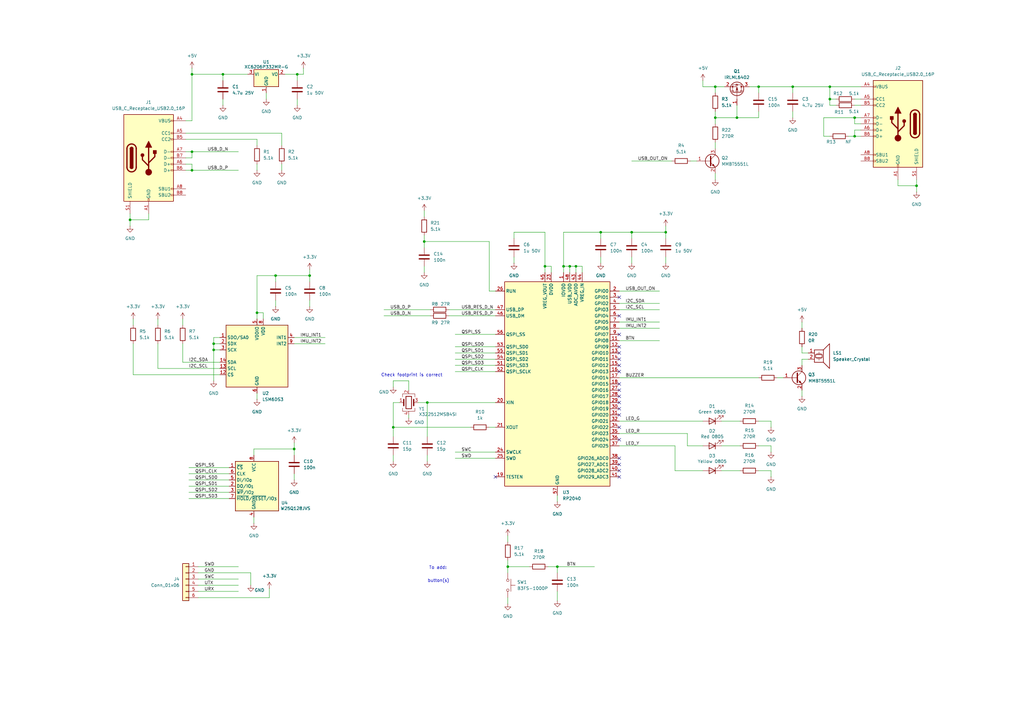
<source format=kicad_sch>
(kicad_sch (version 20250114) (generator "eeschema") (generator_version "9.0")
  (paper "A3")
  (text "To add: " (at 180.086 232.918 0) (effects (font (size 1.27 1.27))))
  (text "Check footprint is correct" (at 168.91 153.924 0) (effects (font (size 1.27 1.27))))
  (text "button(s)" (at 179.832 238.252 0) (effects (font (size 1.27 1.27))))
  (junction (at 91.44 30.48))
  (junction (at 350.52 55.88))
  (junction (at 302.26 48.26))
  (junction (at 273.05 95.25))
  (junction (at 259.08 95.25))
  (junction (at 293.37 48.26))
  (junction (at 340.36 40.64))
  (junction (at 127 113.03))
  (junction (at 78.74 30.48))
  (junction (at 233.68 109.22))
  (junction (at 223.52 109.22))
  (junction (at 246.38 95.25))
  (junction (at 121.92 30.48))
  (junction (at 120.65 184.15))
  (junction (at 78.74 62.23))
  (junction (at 53.34 90.17))
  (junction (at 87.63 143.51))
  (junction (at 175.26 165.1))
  (junction (at 350.52 48.26))
  (junction (at 105.41 128.27))
  (junction (at 161.29 175.26))
  (junction (at 173.99 99.06))
  (junction (at 87.63 140.97))
  (junction (at 293.37 35.56))
  (junction (at 311.15 35.56))
  (junction (at 78.74 69.85))
  (junction (at 325.12 35.56))
  (junction (at 340.36 35.56))
  (junction (at 231.14 109.22))
  (junction (at 375.92 76.2))
  (junction (at 113.03 113.03))
  (junction (at 208.28 232.41))
  (junction (at 236.22 109.22))
  (junction (at 228.6 232.41))
  (no_connect (at 254 180.34))
  (no_connect (at 254 152.4))
  (no_connect (at 254 157.48))
  (no_connect (at 254 147.32))
  (no_connect (at 254 175.26))
  (no_connect (at 254 187.96))
  (no_connect (at 254 190.5))
  (no_connect (at 254 165.1))
  (no_connect (at 254 160.02))
  (no_connect (at 254 121.92))
  (no_connect (at 254 167.64))
  (no_connect (at 254 170.18))
  (no_connect (at 254 195.58))
  (no_connect (at 254 193.04))
  (no_connect (at 254 129.54))
  (no_connect (at 254 137.16))
  (no_connect (at 254 144.78))
  (no_connect (at 203.2 195.58))
  (no_connect (at 254 162.56))
  (no_connect (at 254 149.86))
  (no_connect (at 254 142.24))
  (wire (pts (xy 311.15 35.56) (xy 311.15 38.1)))
  (wire (pts (xy 259.08 95.25) (xy 259.08 97.79)))
  (wire (pts (xy 293.37 71.12) (xy 293.37 73.66)))
  (wire (pts (xy 228.6 232.41) (xy 243.84 232.41)))
  (wire (pts (xy 259.08 95.25) (xy 246.38 95.25)))
  (wire (pts (xy 283.21 66.04) (xy 285.75 66.04)))
  (wire (pts (xy 368.3 76.2) (xy 375.92 76.2)))
  (wire (pts (xy 325.12 45.72) (xy 325.12 48.26)))
  (wire (pts (xy 273.05 105.41) (xy 273.05 107.95)))
  (wire (pts (xy 91.44 30.48) (xy 101.6 30.48)))
  (wire (pts (xy 186.69 142.24) (xy 203.2 142.24)))
  (wire (pts (xy 246.38 105.41) (xy 246.38 107.95)))
  (wire (pts (xy 203.2 175.26) (xy 200.66 175.26)))
  (wire (pts (xy 375.92 73.66) (xy 375.92 76.2)))
  (wire (pts (xy 60.96 90.17) (xy 53.34 90.17)))
  (wire (pts (xy 295.91 193.04) (xy 303.53 193.04)))
  (wire (pts (xy 184.15 127) (xy 203.2 127)))
  (wire (pts (xy 53.34 87.63) (xy 53.34 90.17)))
  (wire (pts (xy 246.38 95.25) (xy 246.38 97.79)))
  (wire (pts (xy 337.82 48.26) (xy 337.82 55.88)))
  (wire (pts (xy 254 154.94) (xy 311.15 154.94)))
  (wire (pts (xy 87.63 143.51) (xy 87.63 140.97)))
  (wire (pts (xy 161.29 186.69) (xy 161.29 189.23)))
  (wire (pts (xy 223.52 95.25) (xy 223.52 109.22)))
  (wire (pts (xy 161.29 156.21) (xy 167.64 156.21)))
  (wire (pts (xy 127 113.03) (xy 113.03 113.03)))
  (wire (pts (xy 78.74 69.85) (xy 76.2 69.85)))
  (wire (pts (xy 186.69 137.16) (xy 203.2 137.16)))
  (wire (pts (xy 350.52 50.8) (xy 353.06 50.8)))
  (wire (pts (xy 175.26 186.69) (xy 175.26 189.23)))
  (wire (pts (xy 307.34 35.56) (xy 311.15 35.56)))
  (wire (pts (xy 116.84 30.48) (xy 121.92 30.48)))
  (wire (pts (xy 293.37 58.42) (xy 293.37 60.96)))
  (wire (pts (xy 254 134.62) (xy 270.51 134.62)))
  (wire (pts (xy 53.34 90.17) (xy 53.34 92.71)))
  (wire (pts (xy 167.64 160.02) (xy 167.64 156.21)))
  (wire (pts (xy 105.41 113.03) (xy 105.41 128.27)))
  (wire (pts (xy 226.06 109.22) (xy 226.06 111.76)))
  (wire (pts (xy 87.63 140.97) (xy 90.17 140.97)))
  (wire (pts (xy 353.06 55.88) (xy 350.52 55.88)))
  (wire (pts (xy 293.37 48.26) (xy 293.37 50.8)))
  (wire (pts (xy 375.92 76.2) (xy 375.92 78.74)))
  (wire (pts (xy 302.26 48.26) (xy 311.15 48.26)))
  (wire (pts (xy 288.29 35.56) (xy 293.37 35.56)))
  (wire (pts (xy 120.65 138.43) (xy 133.35 138.43)))
  (wire (pts (xy 120.65 181.61) (xy 120.65 184.15)))
  (wire (pts (xy 342.9 43.18) (xy 340.36 43.18)))
  (wire (pts (xy 54.61 140.97) (xy 54.61 153.67)))
  (wire (pts (xy 254 139.7) (xy 270.51 139.7)))
  (wire (pts (xy 77.47 194.31) (xy 93.98 194.31)))
  (wire (pts (xy 76.2 62.23) (xy 78.74 62.23)))
  (wire (pts (xy 81.28 242.57) (xy 97.79 242.57)))
  (wire (pts (xy 64.77 130.81) (xy 64.77 133.35)))
  (wire (pts (xy 104.14 212.09) (xy 104.14 214.63)))
  (wire (pts (xy 171.45 165.1) (xy 175.26 165.1)))
  (wire (pts (xy 81.28 232.41) (xy 97.79 232.41)))
  (wire (pts (xy 186.69 185.42) (xy 203.2 185.42)))
  (wire (pts (xy 231.14 95.25) (xy 231.14 109.22)))
  (wire (pts (xy 340.36 40.64) (xy 340.36 35.56)))
  (wire (pts (xy 350.52 48.26) (xy 337.82 48.26)))
  (wire (pts (xy 77.47 204.47) (xy 93.98 204.47)))
  (wire (pts (xy 120.65 140.97) (xy 133.35 140.97)))
  (wire (pts (xy 76.2 54.61) (xy 115.57 54.61)))
  (wire (pts (xy 78.74 30.48) (xy 91.44 30.48)))
  (wire (pts (xy 293.37 48.26) (xy 293.37 45.72)))
  (wire (pts (xy 120.65 194.31) (xy 120.65 196.85)))
  (wire (pts (xy 231.14 109.22) (xy 233.68 109.22)))
  (wire (pts (xy 78.74 27.94) (xy 78.74 30.48)))
  (wire (pts (xy 223.52 109.22) (xy 226.06 109.22)))
  (wire (pts (xy 325.12 38.1) (xy 325.12 35.56)))
  (wire (pts (xy 254 132.08) (xy 270.51 132.08)))
  (wire (pts (xy 127 115.57) (xy 127 113.03)))
  (wire (pts (xy 120.65 184.15) (xy 120.65 186.69)))
  (wire (pts (xy 200.66 119.38) (xy 200.66 99.06)))
  (wire (pts (xy 121.92 40.64) (xy 121.92 43.18)))
  (wire (pts (xy 273.05 92.71) (xy 273.05 95.25)))
  (wire (pts (xy 228.6 232.41) (xy 228.6 234.95)))
  (wire (pts (xy 102.87 240.03) (xy 102.87 234.95)))
  (wire (pts (xy 54.61 130.81) (xy 54.61 133.35)))
  (wire (pts (xy 228.6 242.57) (xy 228.6 246.38)))
  (wire (pts (xy 87.63 140.97) (xy 87.63 138.43)))
  (wire (pts (xy 210.82 97.79) (xy 210.82 95.25)))
  (wire (pts (xy 259.08 105.41) (xy 259.08 107.95)))
  (wire (pts (xy 77.47 196.85) (xy 93.98 196.85)))
  (wire (pts (xy 78.74 69.85) (xy 97.79 69.85)))
  (wire (pts (xy 316.23 172.72) (xy 316.23 175.26)))
  (wire (pts (xy 78.74 67.31) (xy 78.74 69.85)))
  (wire (pts (xy 273.05 95.25) (xy 259.08 95.25)))
  (wire (pts (xy 350.52 40.64) (xy 353.06 40.64)))
  (wire (pts (xy 161.29 165.1) (xy 163.83 165.1)))
  (wire (pts (xy 236.22 109.22) (xy 238.76 109.22)))
  (wire (pts (xy 76.2 64.77) (xy 78.74 64.77)))
  (wire (pts (xy 91.44 30.48) (xy 91.44 33.02)))
  (wire (pts (xy 184.15 129.54) (xy 203.2 129.54)))
  (wire (pts (xy 293.37 38.1) (xy 293.37 35.56)))
  (wire (pts (xy 208.28 232.41) (xy 208.28 234.95)))
  (wire (pts (xy 210.82 105.41) (xy 210.82 107.95)))
  (wire (pts (xy 87.63 156.21) (xy 87.63 143.51)))
  (wire (pts (xy 328.93 142.24) (xy 328.93 144.78)))
  (wire (pts (xy 78.74 49.53) (xy 78.74 30.48)))
  (wire (pts (xy 107.95 128.27) (xy 105.41 128.27)))
  (wire (pts (xy 350.52 55.88) (xy 350.52 53.34)))
  (wire (pts (xy 281.94 182.88) (xy 288.29 182.88)))
  (wire (pts (xy 105.41 161.29) (xy 105.41 163.83)))
  (wire (pts (xy 87.63 138.43) (xy 90.17 138.43)))
  (wire (pts (xy 175.26 165.1) (xy 203.2 165.1)))
  (wire (pts (xy 74.93 148.59) (xy 90.17 148.59)))
  (wire (pts (xy 208.28 232.41) (xy 217.17 232.41)))
  (wire (pts (xy 167.64 170.18) (xy 167.64 171.45)))
  (wire (pts (xy 173.99 99.06) (xy 173.99 101.6)))
  (wire (pts (xy 127 110.49) (xy 127 113.03)))
  (wire (pts (xy 340.36 35.56) (xy 353.06 35.56)))
  (wire (pts (xy 311.15 193.04) (xy 316.23 193.04)))
  (wire (pts (xy 81.28 237.49) (xy 97.79 237.49)))
  (wire (pts (xy 74.93 140.97) (xy 74.93 148.59)))
  (wire (pts (xy 231.14 109.22) (xy 231.14 111.76)))
  (wire (pts (xy 273.05 95.25) (xy 273.05 97.79)))
  (wire (pts (xy 238.76 109.22) (xy 238.76 111.76)))
  (wire (pts (xy 350.52 53.34) (xy 353.06 53.34)))
  (wire (pts (xy 161.29 179.07) (xy 161.29 175.26)))
  (wire (pts (xy 254 172.72) (xy 288.29 172.72)))
  (wire (pts (xy 105.41 128.27) (xy 105.41 130.81)))
  (wire (pts (xy 328.93 147.32) (xy 328.93 149.86)))
  (wire (pts (xy 161.29 175.26) (xy 161.29 165.1)))
  (wire (pts (xy 76.2 57.15) (xy 105.41 57.15)))
  (wire (pts (xy 124.46 27.94) (xy 124.46 30.48)))
  (wire (pts (xy 186.69 149.86) (xy 203.2 149.86)))
  (wire (pts (xy 78.74 62.23) (xy 97.79 62.23)))
  (wire (pts (xy 161.29 175.26) (xy 193.04 175.26)))
  (wire (pts (xy 76.2 49.53) (xy 78.74 49.53)))
  (wire (pts (xy 78.74 64.77) (xy 78.74 62.23)))
  (wire (pts (xy 208.28 219.71) (xy 208.28 222.25)))
  (wire (pts (xy 208.28 232.41) (xy 208.28 229.87)))
  (wire (pts (xy 295.91 182.88) (xy 303.53 182.88)))
  (wire (pts (xy 311.15 172.72) (xy 316.23 172.72)))
  (wire (pts (xy 293.37 35.56) (xy 297.18 35.56)))
  (wire (pts (xy 246.38 95.25) (xy 231.14 95.25)))
  (wire (pts (xy 318.77 154.94) (xy 321.31 154.94)))
  (wire (pts (xy 328.93 132.08) (xy 328.93 134.62)))
  (wire (pts (xy 224.79 232.41) (xy 228.6 232.41)))
  (wire (pts (xy 81.28 234.95) (xy 102.87 234.95)))
  (wire (pts (xy 203.2 119.38) (xy 200.66 119.38)))
  (wire (pts (xy 276.86 182.88) (xy 276.86 193.04)))
  (wire (pts (xy 173.99 86.36) (xy 173.99 88.9)))
  (wire (pts (xy 311.15 182.88) (xy 316.23 182.88)))
  (wire (pts (xy 76.2 67.31) (xy 78.74 67.31)))
  (wire (pts (xy 254 182.88) (xy 276.86 182.88)))
  (wire (pts (xy 254 119.38) (xy 270.51 119.38)))
  (wire (pts (xy 276.86 193.04) (xy 288.29 193.04)))
  (wire (pts (xy 210.82 95.25) (xy 223.52 95.25)))
  (wire (pts (xy 350.52 43.18) (xy 353.06 43.18)))
  (wire (pts (xy 105.41 67.31) (xy 105.41 69.85)))
  (wire (pts (xy 77.47 201.93) (xy 93.98 201.93)))
  (wire (pts (xy 233.68 109.22) (xy 236.22 109.22)))
  (wire (pts (xy 186.69 147.32) (xy 203.2 147.32)))
  (wire (pts (xy 121.92 30.48) (xy 121.92 33.02)))
  (wire (pts (xy 161.29 156.21) (xy 161.29 158.75)))
  (wire (pts (xy 228.6 203.2) (xy 228.6 205.74)))
  (wire (pts (xy 173.99 96.52) (xy 173.99 99.06)))
  (wire (pts (xy 115.57 67.31) (xy 115.57 69.85)))
  (wire (pts (xy 121.92 30.48) (xy 124.46 30.48)))
  (wire (pts (xy 316.23 182.88) (xy 316.23 185.42)))
  (wire (pts (xy 233.68 109.22) (xy 233.68 111.76)))
  (wire (pts (xy 54.61 153.67) (xy 90.17 153.67)))
  (wire (pts (xy 331.47 147.32) (xy 328.93 147.32)))
  (wire (pts (xy 113.03 115.57) (xy 113.03 113.03)))
  (wire (pts (xy 110.49 241.3) (xy 110.49 245.11)))
  (wire (pts (xy 74.93 130.81) (xy 74.93 133.35)))
  (wire (pts (xy 77.47 199.39) (xy 93.98 199.39)))
  (wire (pts (xy 328.93 144.78) (xy 331.47 144.78)))
  (wire (pts (xy 254 127) (xy 270.51 127)))
  (wire (pts (xy 293.37 48.26) (xy 302.26 48.26)))
  (wire (pts (xy 259.08 66.04) (xy 275.59 66.04)))
  (wire (pts (xy 208.28 245.11) (xy 208.28 247.65)))
  (wire (pts (xy 337.82 55.88) (xy 340.36 55.88)))
  (wire (pts (xy 350.52 48.26) (xy 350.52 50.8)))
  (wire (pts (xy 77.47 191.77) (xy 93.98 191.77)))
  (wire (pts (xy 223.52 111.76) (xy 223.52 109.22)))
  (wire (pts (xy 127 123.19) (xy 127 125.73)))
  (wire (pts (xy 342.9 40.64) (xy 340.36 40.64)))
  (wire (pts (xy 288.29 33.02) (xy 288.29 35.56)))
  (wire (pts (xy 281.94 177.8) (xy 281.94 182.88)))
  (wire (pts (xy 115.57 54.61) (xy 115.57 59.69)))
  (wire (pts (xy 104.14 184.15) (xy 120.65 184.15)))
  (wire (pts (xy 104.14 186.69) (xy 104.14 184.15)))
  (wire (pts (xy 113.03 123.19) (xy 113.03 125.73)))
  (wire (pts (xy 295.91 172.72) (xy 303.53 172.72)))
  (wire (pts (xy 113.03 113.03) (xy 105.41 113.03)))
  (wire (pts (xy 254 177.8) (xy 281.94 177.8)))
  (wire (pts (xy 109.22 38.1) (xy 109.22 40.64)))
  (wire (pts (xy 107.95 130.81) (xy 107.95 128.27)))
  (wire (pts (xy 173.99 109.22) (xy 173.99 111.76)))
  (wire (pts (xy 87.63 143.51) (xy 90.17 143.51)))
  (wire (pts (xy 157.48 127) (xy 176.53 127)))
  (wire (pts (xy 64.77 151.13) (xy 64.77 140.97)))
  (wire (pts (xy 175.26 165.1) (xy 175.26 179.07)))
  (wire (pts (xy 105.41 57.15) (xy 105.41 59.69)))
  (wire (pts (xy 60.96 87.63) (xy 60.96 90.17)))
  (wire (pts (xy 254 124.46) (xy 270.51 124.46)))
  (wire (pts (xy 340.36 43.18) (xy 340.36 40.64)))
  (wire (pts (xy 186.69 187.96) (xy 203.2 187.96)))
  (wire (pts (xy 91.44 40.64) (xy 91.44 43.18)))
  (wire (pts (xy 311.15 35.56) (xy 325.12 35.56)))
  (wire (pts (xy 302.26 43.18) (xy 302.26 48.26)))
  (wire (pts (xy 186.69 152.4) (xy 203.2 152.4)))
  (wire (pts (xy 347.98 55.88) (xy 350.52 55.88)))
  (wire (pts (xy 81.28 240.03) (xy 97.79 240.03)))
  (wire (pts (xy 236.22 109.22) (xy 236.22 111.76)))
  (wire (pts (xy 368.3 73.66) (xy 368.3 76.2)))
  (wire (pts (xy 173.99 99.06) (xy 200.66 99.06)))
  (wire (pts (xy 157.48 129.54) (xy 176.53 129.54)))
  (wire (pts (xy 325.12 35.56) (xy 340.36 35.56)))
  (wire (pts (xy 311.15 45.72) (xy 311.15 48.26)))
  (wire (pts (xy 316.23 193.04) (xy 316.23 195.58)))
  (wire (pts (xy 353.06 48.26) (xy 350.52 48.26)))
  (wire (pts (xy 328.93 160.02) (xy 328.93 162.56)))
  (wire (pts (xy 186.69 144.78) (xy 203.2 144.78)))
  (wire (pts (xy 110.49 245.11) (xy 81.28 245.11)))
  (wire (pts (xy 90.17 151.13) (xy 64.77 151.13)))
  (label "USB_OUT_ON" (at 256.54 119.38 0))
  (label "IMU_INT2" (at 123.19 140.97 0))
  (label "I2C_SCL" (at 256.54 127 0))
  (label "USB_D_P" (at 85.09 69.85 0))
  (label "BTN" (at 256.54 139.7 0))
  (label "USB_OUT_ON" (at 261.62 66.04 0))
  (label "URX" (at 83.82 242.57 0))
  (label "QSPI_SD3" (at 80.01 204.47 0))
  (label "QSPI_SD2" (at 189.23 147.32 0))
  (label "QSPI_CLK" (at 80.01 194.31 0))
  (label "QSPI_SD1" (at 80.01 199.39 0))
  (label "IMU_INT2" (at 256.54 134.62 0))
  (label "LED_G" (at 256.54 172.72 0))
  (label "QSPI_SD2" (at 80.01 201.93 0))
  (label "IMU_INT1" (at 123.19 138.43 0))
  (label "QSPI_SS" (at 189.23 137.16 0))
  (label "USB_D_P" (at 160.02 127 0))
  (label "I2C_SCL" (at 77.47 151.13 0))
  (label "QSPI_SD0" (at 189.23 142.24 0))
  (label "USB_RES_D_N" (at 189.23 127 0))
  (label "QSPI_SD0" (at 80.01 196.85 0))
  (label "QSPI_SD1" (at 189.23 144.78 0))
  (label "LED_Y" (at 256.54 182.88 0))
  (label "BUZZER" (at 256.54 154.94 0))
  (label "QSPI_SD3" (at 189.23 149.86 0))
  (label "LED_R" (at 256.54 177.8 0))
  (label "I2C_SDA" (at 77.47 148.59 0))
  (label "UTX" (at 83.82 240.03 0))
  (label "QSPI_CLK" (at 189.23 152.4 0))
  (label "SWD" (at 83.82 232.41 0))
  (label "USB_D_N" (at 85.09 62.23 0))
  (label "IMU_INT1" (at 256.54 132.08 0))
  (label "SWC" (at 83.82 237.49 0))
  (label "GND" (at 83.82 234.95 0))
  (label "SWC" (at 189.23 185.42 0))
  (label "USB_D_N" (at 160.02 129.54 0))
  (label "QSPI_SS" (at 80.01 191.77 0))
  (label "BTN" (at 232.41 232.41 0))
  (label "I2C_SDA" (at 256.54 124.46 0))
  (label "SWD" (at 189.23 187.96 0))
  (label "USB_RES_D_P" (at 189.23 129.54 0))
  (symbol (lib_id "Device:R") (at 220.98 232.41 90) (unit 1)
    (property "Reference" "R18" (at 220.98 226.06 90))
    (property "Value" "270R" (at 220.98 228.6 90))
    (property "Footprint" "Resistor_SMD:R_0603_1608Metric" (effects (hide yes)))
    (property "Description" "Resistor" (effects (hide yes)))
    (property "Part" "C22966" (effects (hide yes)))
  )
  (symbol (lib_id "MCU_RaspberryPi:RP2040") (at 228.6 157.48 0) (unit 1)
    (property "Reference" "U3" (at 230.7433 201.93 0) (effects (justify left)))
    (property "Value" "RP2040" (at 230.7433 204.47 0) (effects (justify left)))
    (property "Footprint" "Package_DFN_QFN:QFN-56-1EP_7x7mm_P0.4mm_EP3.2x3.2mm" (effects (hide yes)))
    (property "Datasheet" "https://datasheets.raspberrypi.com/rp2040/rp2040-datasheet.pdf" (effects (hide yes)))
    (property "Description" "A microcontroller by Raspberry Pi" (effects (hide yes)))
    (property "Part" "C2040" (effects (hide yes)))
  )
  (symbol (lib_id "power:+3.3V") (at 124.46 27.94 0) (unit 1)
    (property "Reference" "#PWR07" (effects (hide yes)))
    (property "Value" "+3.3V" (at 124.46 22.86 0))
    (property "Description" "Power symbol creates a global label with name \"+3.3V\"" (effects (hide yes)))
  )
  (symbol (lib_id "power:GND") (at 316.23 185.42 0) (unit 1)
    (property "Reference" "#PWR036" (effects (hide yes)))
    (property "Value" "GND" (at 316.23 190.5 0))
    (property "Description" "Power symbol creates a global label with name \"GND\" , ground" (effects (hide yes)))
  )
  (symbol (lib_id "Device:C") (at 246.38 101.6 0) (unit 1)
    (property "Reference" "C7" (at 250.19 100.3299 0) (effects (justify left)))
    (property "Value" "100n" (at 250.19 102.8699 0) (effects (justify left)))
    (property "Footprint" "Capacitor_SMD:C_0603_1608Metric" (effects (hide yes)))
    (property "Description" "Unpolarized capacitor" (effects (hide yes)))
    (property "Part" "C14663" (effects (hide yes)))
  )
  (symbol (lib_id "power:GND") (at 87.63 156.21 0) (unit 1)
    (property "Reference" "#PWR020" (effects (hide yes)))
    (property "Value" "GND" (at 87.63 161.29 0))
    (property "Description" "Power symbol creates a global label with name \"GND\" , ground" (effects (hide yes)))
  )
  (symbol (lib_id "Device:R") (at 196.85 175.26 90) (unit 1)
    (property "Reference" "R10" (at 196.85 168.91 90))
    (property "Value" "1k" (at 196.85 171.45 90))
    (property "Footprint" "Resistor_SMD:R_0603_1608Metric" (effects (hide yes)))
    (property "Description" "Resistor" (effects (hide yes)))
    (property "Part" "C21190" (effects (hide yes)))
  )
  (symbol (lib_id "power:GND") (at 246.38 107.95 0) (unit 1)
    (property "Reference" "#PWR024" (effects (hide yes)))
    (property "Value" "GND" (at 246.38 113.03 0))
    (property "Description" "Power symbol creates a global label with name \"GND\" , ground" (effects (hide yes)))
  )
  (symbol (lib_id "Device:Speaker_Crystal") (at 336.55 144.78 0) (unit 1)
    (property "Reference" "LS1" (at 341.63 144.7799 0) (effects (justify left)))
    (property "Value" "Speaker_Crystal" (at 341.63 147.3199 0) (effects (justify left)))
    (property "Footprint" "Connector_Wire:SolderWire-0.1sqmm_1x02_P3.6mm_D0.4mm_OD1mm" (effects (hide yes)))
    (property "Description" "Crystal speaker/transducer" (effects (hide yes)))
  )
  (symbol (lib_id "Device:R") (at 180.34 127 90) (unit 1)
    (property "Reference" "R8" (at 178.308 124.714 90))
    (property "Value" "27R" (at 182.626 124.714 90))
    (property "Footprint" "Resistor_SMD:R_0603_1608Metric" (effects (hide yes)))
    (property "Description" "Resistor" (effects (hide yes)))
  )
  (symbol (lib_id "power:GND") (at 293.37 73.66 0) (unit 1)
    (property "Reference" "#PWR09" (effects (hide yes)))
    (property "Value" "GND" (at 293.37 78.74 0))
    (property "Description" "Power symbol creates a global label with name \"GND\" , ground" (effects (hide yes)))
  )
  (symbol (lib_id "power:+3.3V") (at 127 110.49 0) (unit 1)
    (property "Reference" "#PWR014" (effects (hide yes)))
    (property "Value" "+3.3V" (at 127 105.41 0))
    (property "Description" "Power symbol creates a global label with name \"+3.3V\"" (effects (hide yes)))
  )
  (symbol (lib_id "power:GND") (at 273.05 107.95 0) (unit 1)
    (property "Reference" "#PWR026" (effects (hide yes)))
    (property "Value" "GND" (at 273.05 113.03 0))
    (property "Description" "Power symbol creates a global label with name \"GND\" , ground" (effects (hide yes)))
  )
  (symbol (lib_id "Device:R") (at 173.99 92.71 0) (unit 1)
    (property "Reference" "R21" (at 176.53 91.4399 0) (effects (justify left)))
    (property "Value" "5.1k" (at 176.53 93.9799 0) (effects (justify left)))
    (property "Footprint" "Resistor_SMD:R_0603_1608Metric" (effects (hide yes)))
    (property "Description" "Resistor" (effects (hide yes)))
    (property "Part" "0603WAF5101T5E" (effects (hide yes)))
  )
  (symbol (lib_id "Device:R") (at 346.71 40.64 90) (unit 1)
    (property "Reference" "R12" (at 343.662 38.354 90))
    (property "Value" "5.1k" (at 350.266 38.354 90))
    (property "Footprint" "Resistor_SMD:R_0603_1608Metric" (effects (hide yes)))
    (property "Description" "Resistor" (effects (hide yes)))
    (property "Part" "0603WAF5101T5E" (effects (hide yes)))
  )
  (symbol (lib_id "Device:R") (at 180.34 129.54 270) (unit 1)
    (property "Reference" "R9" (at 178.308 132.334 90))
    (property "Value" "27R" (at 182.626 132.334 90))
    (property "Footprint" "Resistor_SMD:R_0603_1608Metric" (effects (hide yes)))
    (property "Description" "Resistor" (effects (hide yes)))
  )
  (symbol (lib_id "power:+5V") (at 78.74 27.94 0) (unit 1)
    (property "Reference" "#PWR08" (effects (hide yes)))
    (property "Value" "+5V" (at 78.74 22.86 0))
    (property "Description" "Power symbol creates a global label with name \"+5V\"" (effects (hide yes)))
  )
  (symbol (lib_id "Device:C") (at 210.82 101.6 0) (unit 1)
    (property "Reference" "C6" (at 214.63 100.3299 0) (effects (justify left)))
    (property "Value" "1u 50V" (at 214.63 102.8699 0) (effects (justify left)))
    (property "Footprint" "Capacitor_SMD:C_0805_2012Metric" (effects (hide yes)))
    (property "Description" "Unpolarized capacitor" (effects (hide yes)))
    (property "Part" "C28323" (effects (hide yes)))
  )
  (symbol (lib_id "power:GND") (at 325.12 48.26 0) (unit 1)
    (property "Reference" "#PWR010" (effects (hide yes)))
    (property "Value" "GND" (at 325.12 53.34 0))
    (property "Description" "Power symbol creates a global label with name \"GND\" , ground" (effects (hide yes)))
  )
  (symbol (lib_id "Device:R") (at 307.34 193.04 90) (unit 1)
    (property "Reference" "R16" (at 307.34 186.69 90))
    (property "Value" "270R" (at 307.34 189.23 90))
    (property "Footprint" "Resistor_SMD:R_0603_1608Metric" (effects (hide yes)))
    (property "Description" "Resistor" (effects (hide yes)))
    (property "Part" "C22966" (effects (hide yes)))
  )
  (symbol (lib_id "power:GND") (at 121.92 43.18 0) (unit 1)
    (property "Reference" "#PWR06" (effects (hide yes)))
    (property "Value" "GND" (at 121.92 48.26 0))
    (property "Description" "Power symbol creates a global label with name \"GND\" , ground" (effects (hide yes)))
  )
  (symbol (lib_id "Transistor_BJT:MMBT5551L") (at 326.39 154.94 0) (unit 1)
    (property "Reference" "Q3" (at 331.47 153.6699 0) (effects (justify left)))
    (property "Value" "MMBT5551L" (at 331.47 156.2099 0) (effects (justify left)))
    (property "Footprint" "Package_TO_SOT_SMD:SOT-23" (effects (hide yes)))
    (property "Datasheet" "www.onsemi.com/pub/Collateral/MMBT5550LT1-D.PDF" (effects (hide yes)))
    (property "Description" "0.6A Ic, 160V Vce, NPN Transistor, SOT-23" (effects (hide yes)))
  )
  (symbol (lib_id "Device:R") (at 346.71 43.18 90) (unit 1)
    (property "Reference" "R11" (at 344.17 45.974 90))
    (property "Value" "5.1k" (at 350.266 45.72 90))
    (property "Footprint" "Resistor_SMD:R_0603_1608Metric" (effects (hide yes)))
    (property "Description" "Resistor" (effects (hide yes)))
    (property "Part" "0603WAF5101T5E" (effects (hide yes)))
  )
  (symbol (lib_id "Connector:USB_C_Receptacle_USB2.0_16P") (at 368.3 50.8 0) (mirror y) (unit 1)
    (property "Reference" "J2" (at 368.3 27.94 0))
    (property "Value" "USB_C_Receptacle_USB2.0_16P" (at 368.3 30.48 0))
    (property "Footprint" "Connector_USB:USB_C_Receptacle_GCT_USB4085" (effects (hide yes)))
    (property "Datasheet" "https://www.usb.org/sites/default/files/documents/usb_type-c.zip" (effects (hide yes)))
    (property "Description" "USB 2.0-only 16P Type-C Receptacle connector" (effects (hide yes)))
  )
  (symbol (lib_id "power:GND") (at 375.92 78.74 0) (mirror y) (unit 1)
    (property "Reference" "#PWR012" (effects (hide yes)))
    (property "Value" "GND" (at 375.92 83.82 0))
    (property "Description" "Power symbol creates a global label with name \"GND\" , ground" (effects (hide yes)))
  )
  (symbol (lib_id "Device:C") (at 91.44 36.83 0) (unit 1)
    (property "Reference" "C1" (at 95.25 35.5599 0) (effects (justify left)))
    (property "Value" "4.7u 25V" (at 95.25 38.0999 0) (effects (justify left)))
    (property "Footprint" "Capacitor_SMD:C_0805_2012Metric" (effects (hide yes)))
    (property "Description" "Unpolarized capacitor" (effects (hide yes)))
    (property "Part" "C1779" (effects (hide yes)))
  )
  (symbol (lib_id "Device:R") (at 314.96 154.94 90) (unit 1)
    (property "Reference" "R19" (at 314.96 148.59 90))
    (property "Value" "5.1k" (at 314.96 151.13 90))
    (property "Footprint" "Resistor_SMD:R_0603_1608Metric" (effects (hide yes)))
    (property "Description" "Resistor" (effects (hide yes)))
    (property "Part" "0603WAF5101T5E" (effects (hide yes)))
  )
  (symbol (lib_id "Device:R") (at 293.37 54.61 180) (unit 1)
    (property "Reference" "R22" (at 295.91 53.3399 0) (effects (justify right)))
    (property "Value" "270R" (at 295.91 55.8799 0) (effects (justify right)))
    (property "Footprint" "Resistor_SMD:R_0603_1608Metric" (effects (hide yes)))
    (property "Description" "Resistor" (effects (hide yes)))
    (property "Part" "C22966" (effects (hide yes)))
  )
  (symbol (lib_id "power:+3.3V") (at 54.61 130.81 0) (unit 1)
    (property "Reference" "#PWR017" (effects (hide yes)))
    (property "Value" "+3.3V" (at 54.61 125.73 0))
    (property "Description" "Power symbol creates a global label with name \"+3.3V\"" (effects (hide yes)))
  )
  (symbol (lib_id "power:+3.3V") (at 208.28 219.71 0) (unit 1)
    (property "Reference" "#PWR038" (effects (hide yes)))
    (property "Value" "+3.3V" (at 208.28 214.63 0))
    (property "Description" "Power symbol creates a global label with name \"+3.3V\"" (effects (hide yes)))
  )
  (symbol (lib_id "power:GND") (at 228.6 205.74 0) (unit 1)
    (property "Reference" "#PWR039" (effects (hide yes)))
    (property "Value" "GND" (at 228.6 210.82 0))
    (property "Description" "Power symbol creates a global label with name \"GND\" , ground" (effects (hide yes)))
  )
  (symbol (lib_id "Device:C") (at 228.6 238.76 0) (unit 1)
    (property "Reference" "C13" (at 232.41 237.4899 0) (effects (justify left)))
    (property "Value" "100n" (at 232.41 240.0299 0) (effects (justify left)))
    (property "Footprint" "Capacitor_SMD:C_0603_1608Metric" (effects (hide yes)))
    (property "Description" "Unpolarized capacitor" (effects (hide yes)))
    (property "Part" "C14663" (effects (hide yes)))
  )
  (symbol (lib_id "Device:R") (at 208.28 226.06 0) (unit 1)
    (property "Reference" "R17" (at 210.82 224.7899 0) (effects (justify left)))
    (property "Value" "5.1k" (at 210.82 227.3299 0) (effects (justify left)))
    (property "Footprint" "Resistor_SMD:R_0603_1608Metric" (effects (hide yes)))
    (property "Description" "Resistor" (effects (hide yes)))
    (property "Part" "0603WAF5101T5E" (effects (hide yes)))
  )
  (symbol (lib_id "power:+3.3V") (at 173.99 86.36 0) (unit 1)
    (property "Reference" "#PWR045" (effects (hide yes)))
    (property "Value" "+3.3V" (at 173.99 81.28 0))
    (property "Description" "Power symbol creates a global label with name \"+3.3V\"" (effects (hide yes)))
  )
  (symbol (lib_id "power:GND") (at 105.41 163.83 0) (unit 1)
    (property "Reference" "#PWR013" (effects (hide yes)))
    (property "Value" "GND" (at 105.41 168.91 0))
    (property "Description" "Power symbol creates a global label with name \"GND\" , ground" (effects (hide yes)))
  )
  (symbol (lib_id "Connector_Generic:Conn_01x06") (at 76.2 237.49 0) (mirror y) (unit 1)
    (property "Reference" "J4" (at 73.66 237.4899 0) (effects (justify left)))
    (property "Value" "Conn_01x06" (at 73.66 240.0299 0) (effects (justify left)))
    (property "Footprint" "Connector_PinHeader_2.54mm:PinHeader_1x06_P2.54mm_Vertical" (effects (hide yes)))
    (property "Description" "Generic connector, single row, 01x06, script generated (kicad-library-utils/schlib/autogen/connector/)" (effects (hide yes)))
  )
  (symbol (lib_id "Device:R") (at 64.77 137.16 0) (unit 1)
    (property "Reference" "R6" (at 67.31 135.8899 0) (effects (justify left)))
    (property "Value" "5.1k" (at 67.31 138.4299 0) (effects (justify left)))
    (property "Footprint" "Resistor_SMD:R_0603_1608Metric" (effects (hide yes)))
    (property "Description" "Resistor" (effects (hide yes)))
    (property "Part" "0603WAF5101T5E" (effects (hide yes)))
  )
  (symbol (lib_id "Device:R") (at 307.34 182.88 90) (unit 1)
    (property "Reference" "R15" (at 307.34 176.53 90))
    (property "Value" "270R" (at 307.34 179.07 90))
    (property "Footprint" "Resistor_SMD:R_0603_1608Metric" (effects (hide yes)))
    (property "Description" "Resistor" (effects (hide yes)))
    (property "Part" "C22966" (effects (hide yes)))
  )
  (symbol (lib_id "Transistor_BJT:MMBT5551L") (at 290.83 66.04 0) (unit 1)
    (property "Reference" "Q2" (at 295.91 64.7699 0) (effects (justify left)))
    (property "Value" "MMBT5551L" (at 295.91 67.3099 0) (effects (justify left)))
    (property "Footprint" "Package_TO_SOT_SMD:SOT-23" (effects (hide yes)))
    (property "Datasheet" "www.onsemi.com/pub/Collateral/MMBT5550LT1-D.PDF" (effects (hide yes)))
    (property "Description" "0.6A Ic, 160V Vce, NPN Transistor, SOT-23" (effects (hide yes)))
  )
  (symbol (lib_id "Device:R") (at 344.17 55.88 90) (unit 1)
    (property "Reference" "R13" (at 340.868 58.166 90))
    (property "Value" "NF" (at 347.98 58.166 90))
    (property "Footprint" "Resistor_SMD:R_0603_1608Metric" (effects (hide yes)))
    (property "Description" "Resistor" (effects (hide yes)))
    (property "Part" "0603WAF5101T5E" (effects (hide yes)))
  )
  (symbol (lib_id "power:+3.3V") (at 110.49 241.3 0) (unit 1)
    (property "Reference" "#PWR034" (effects (hide yes)))
    (property "Value" "+3.3V" (at 110.49 236.22 0))
    (property "Description" "Power symbol creates a global label with name \"+3.3V\"" (effects (hide yes)))
  )
  (symbol (lib_id "Device:R") (at 105.41 63.5 0) (unit 1)
    (property "Reference" "R1" (at 107.95 62.2299 0) (effects (justify left)))
    (property "Value" "5.1k" (at 107.95 64.7699 0) (effects (justify left)))
    (property "Footprint" "Resistor_SMD:R_0603_1608Metric" (effects (hide yes)))
    (property "Description" "Resistor" (effects (hide yes)))
    (property "Part" "0603WAF5101T5E" (effects (hide yes)))
  )
  (symbol (lib_id "Sensor_Motion:LSM6DS3") (at 105.41 146.05 0) (unit 1)
    (property "Reference" "U2" (at 107.5533 161.29 0) (effects (justify left)))
    (property "Value" "LSM6DS3" (at 107.5533 163.83 0) (effects (justify left)))
    (property "Footprint" "Package_LGA:LGA-14_3x2.5mm_P0.5mm_LayoutBorder3x4y" (effects (hide yes)))
    (property "Datasheet" "https://www.st.com/resource/en/datasheet/lsm6ds3tr-c.pdf" (effects (hide yes)))
    (property "Description" "I2C/SPI, iNEMO inertial module: always-on 3D accelerometer and 3D gyroscope" (effects (hide yes)))
    (property "Part" "C95230 " (effects (hide yes)))
  )
  (symbol (lib_id "power:GND") (at 109.22 40.64 0) (unit 1)
    (property "Reference" "#PWR05" (effects (hide yes)))
    (property "Value" "GND" (at 109.22 45.72 0))
    (property "Description" "Power symbol creates a global label with name \"GND\" , ground" (effects (hide yes)))
  )
  (symbol (lib_id "power:GND") (at 316.23 175.26 0) (unit 1)
    (property "Reference" "#PWR035" (effects (hide yes)))
    (property "Value" "GND" (at 316.23 180.34 0))
    (property "Description" "Power symbol creates a global label with name \"GND\" , ground" (effects (hide yes)))
  )
  (symbol (lib_id "power:GND") (at 175.26 189.23 0) (unit 1)
    (property "Reference" "#PWR032" (effects (hide yes)))
    (property "Value" "GND" (at 175.26 194.31 0))
    (property "Description" "Power symbol creates a global label with name \"GND\" , ground" (effects (hide yes)))
  )
  (symbol (lib_id "power:+3.3V") (at 64.77 130.81 0) (unit 1)
    (property "Reference" "#PWR018" (effects (hide yes)))
    (property "Value" "+3.3V" (at 64.77 125.73 0))
    (property "Description" "Power symbol creates a global label with name \"+3.3V\"" (effects (hide yes)))
  )
  (symbol (lib_id "power:+3.3V") (at 273.05 92.71 0) (unit 1)
    (property "Reference" "#PWR023" (effects (hide yes)))
    (property "Value" "+3.3V" (at 273.05 87.63 0))
    (property "Description" "Power symbol creates a global label with name \"+3.3V\"" (effects (hide yes)))
  )
  (symbol (lib_id "Device:LED") (at 292.1 172.72 180) (unit 1)
    (property "Reference" "D1" (at 292.1 166.624 0))
    (property "Value" "Green 0805" (at 292.1 168.91 0))
    (property "Footprint" "LED_SMD:LED_0805_2012Metric" (effects (hide yes)))
    (property "Description" "Light emitting diode" (effects (hide yes)))
    (property "Sim.Pins" "1=K 2=A" (effects (hide yes)))
    (property "Part" "C2297" (effects (hide yes)))
  )
  (symbol (lib_id "power:GND") (at 328.93 162.56 0) (unit 1)
    (property "Reference" "#PWR042" (effects (hide yes)))
    (property "Value" "GND" (at 328.93 167.64 0))
    (property "Description" "Power symbol creates a global label with name \"GND\" , ground" (effects (hide yes)))
  )
  (symbol (lib_id "power:GND") (at 120.65 196.85 0) (unit 1)
    (property "Reference" "#PWR028" (effects (hide yes)))
    (property "Value" "GND" (at 120.65 201.93 0))
    (property "Description" "Power symbol creates a global label with name \"GND\" , ground" (effects (hide yes)))
  )
  (symbol (lib_id "Device:R") (at 74.93 137.16 0) (unit 1)
    (property "Reference" "R7" (at 77.47 135.8899 0) (effects (justify left)))
    (property "Value" "5.1k" (at 77.47 138.4299 0) (effects (justify left)))
    (property "Footprint" "Resistor_SMD:R_0603_1608Metric" (effects (hide yes)))
    (property "Description" "Resistor" (effects (hide yes)))
    (property "Part" "0603WAF5101T5E" (effects (hide yes)))
  )
  (symbol (lib_id "power:GND") (at 104.14 214.63 0) (unit 1)
    (property "Reference" "#PWR022" (effects (hide yes)))
    (property "Value" "GND" (at 104.14 219.71 0))
    (property "Description" "Power symbol creates a global label with name \"GND\" , ground" (effects (hide yes)))
  )
  (symbol (lib_id "Device:C") (at 120.65 190.5 0) (unit 1)
    (property "Reference" "C10" (at 124.46 189.2299 0) (effects (justify left)))
    (property "Value" "100n" (at 124.46 191.7699 0) (effects (justify left)))
    (property "Footprint" "Capacitor_SMD:C_0603_1608Metric" (effects (hide yes)))
    (property "Description" "Unpolarized capacitor" (effects (hide yes)))
    (property "Part" "C14663" (effects (hide yes)))
  )
  (symbol (lib_id "power:GND") (at 161.29 158.75 0) (unit 1)
    (property "Reference" "#PWR030" (effects (hide yes)))
    (property "Value" "GND" (at 157.48 160.782 0))
    (property "Description" "Power symbol creates a global label with name \"GND\" , ground" (effects (hide yes)))
  )
  (symbol (lib_id "Device:C") (at 127 119.38 0) (unit 1)
    (property "Reference" "C8" (at 130.81 118.1099 0) (effects (justify left)))
    (property "Value" "100n" (at 130.81 120.6499 0) (effects (justify left)))
    (property "Footprint" "Capacitor_SMD:C_0603_1608Metric" (effects (hide yes)))
    (property "Description" "Unpolarized capacitor" (effects (hide yes)))
    (property "Part" "C14663" (effects (hide yes)))
  )
  (symbol (lib_id "Regulator_Linear:XC6206PxxxMR") (at 109.22 30.48 0) (unit 1)
    (property "Reference" "U1" (at 109.22 25.4 0))
    (property "Value" "XC6206P332MR-G" (at 109.22 27.432 0))
    (property "Footprint" "Package_TO_SOT_SMD:SOT-23-3" (effects (hide yes)))
    (property "Datasheet" "https://www.torexsemi.com/file/xc6206/XC6206.pdf" (effects (hide yes)))
    (property "Description" "Positive 60-250mA Low Dropout Regulator, Fixed Output, SOT-23" (effects (hide yes)))
    (property "Part" "C5446" (effects (hide yes)))
  )
  (symbol (lib_id "Device:C") (at 273.05 101.6 0) (unit 1)
    (property "Reference" "C9" (at 276.86 100.3299 0) (effects (justify left)))
    (property "Value" "1u 50V" (at 276.86 102.8699 0) (effects (justify left)))
    (property "Footprint" "Capacitor_SMD:C_0805_2012Metric" (effects (hide yes)))
    (property "Description" "Unpolarized capacitor" (effects (hide yes)))
    (property "Part" "C28323" (effects (hide yes)))
  )
  (symbol (lib_id "Connector:USB_C_Receptacle_USB2.0_16P") (at 60.96 64.77 0) (unit 1)
    (property "Reference" "J1" (at 60.96 41.91 0))
    (property "Value" "USB_C_Receptacle_USB2.0_16P" (at 60.96 44.45 0))
    (property "Footprint" "Connector_USB:USB_C_Receptacle_GCT_USB4085" (effects (hide yes)))
    (property "Datasheet" "https://www.usb.org/sites/default/files/documents/usb_type-c.zip" (effects (hide yes)))
    (property "Description" "USB 2.0-only 16P Type-C Receptacle connector" (effects (hide yes)))
  )
  (symbol (lib_id "power:GND") (at 161.29 189.23 0) (unit 1)
    (property "Reference" "#PWR031" (effects (hide yes)))
    (property "Value" "GND" (at 161.29 194.31 0))
    (property "Description" "Power symbol creates a global label with name \"GND\" , ground" (effects (hide yes)))
  )
  (symbol (lib_id "Memory_Flash:W25Q128JVS") (at 104.14 199.39 0) (unit 1)
    (property "Reference" "U4" (at 115.316 206.248 0) (effects (justify left)))
    (property "Value" "W25Q128JVS" (at 115.062 208.534 0) (effects (justify left)))
    (property "Footprint" "Package_SO:SOIC-8_5.3x5.3mm_P1.27mm" (effects (hide yes)))
    (property "Datasheet" "https://www.winbond.com/resource-files/w25q128jv_dtr%20revc%2003272018%20plus.pdf" (effects (hide yes)))
    (property "Description" "128Mbit / 16MiB Serial Flash Memory, Standard/Dual/Quad SPI, 2.7-3.6V, SOIC-8" (effects (hide yes)))
    (property "Part" "C97521" (effects (hide yes)))
  )
  (symbol (lib_id "power:GND") (at 91.44 43.18 0) (unit 1)
    (property "Reference" "#PWR02" (effects (hide yes)))
    (property "Value" "GND" (at 91.44 48.26 0))
    (property "Description" "Power symbol creates a global label with name \"GND\" , ground" (effects (hide yes)))
  )
  (symbol (lib_id "power:GND") (at 228.6 246.38 0) (unit 1)
    (property "Reference" "#PWR041" (effects (hide yes)))
    (property "Value" "GND" (at 228.6 251.46 0))
    (property "Description" "Power symbol creates a global label with name \"GND\" , ground" (effects (hide yes)))
  )
  (symbol (lib_id "power:GND") (at 210.82 107.95 0) (unit 1)
    (property "Reference" "#PWR021" (effects (hide yes)))
    (property "Value" "GND" (at 210.82 113.03 0))
    (property "Description" "Power symbol creates a global label with name \"GND\" , ground" (effects (hide yes)))
  )
  (symbol (lib_id "power:+5V") (at 328.93 132.08 0) (unit 1)
    (property "Reference" "#PWR043" (effects (hide yes)))
    (property "Value" "+5V" (at 328.93 127 0))
    (property "Description" "Power symbol creates a global label with name \"+5V\"" (effects (hide yes)))
  )
  (symbol (lib_id "Transistor_FET:IRLML6402") (at 302.26 38.1 270) (mirror x) (unit 1)
    (property "Reference" "Q1" (at 302.26 29.21 90))
    (property "Value" "IRLML6402" (at 302.26 31.75 90))
    (property "Footprint" "Package_TO_SOT_SMD:SOT-23" (effects (hide yes)))
    (property "Datasheet" "https://www.infineon.com/dgdl/irlml6402pbf.pdf?fileId=5546d462533600a401535668d5c2263c" (effects (hide yes)))
    (property "Description" "-3.7A Id, -20V Vds, 65mOhm Rds, P-Channel HEXFET Power MOSFET, SOT-23" (effects (hide yes)))
  )
  (symbol (lib_id "Device:C") (at 175.26 182.88 0) (unit 1)
    (property "Reference" "C12" (at 179.07 181.6099 0) (effects (justify left)))
    (property "Value" "15p" (at 179.07 184.1499 0) (effects (justify left)))
    (property "Footprint" "Capacitor_SMD:C_0603_1608Metric" (effects (hide yes)))
    (property "Description" "Unpolarized capacitor" (effects (hide yes)))
    (property "Part" "C1644" (effects (hide yes)))
  )
  (symbol (lib_id "power:GND") (at 208.28 247.65 0) (unit 1)
    (property "Reference" "#PWR040" (effects (hide yes)))
    (property "Value" "GND" (at 208.28 252.73 0))
    (property "Description" "Power symbol creates a global label with name \"GND\" , ground" (effects (hide yes)))
  )
  (symbol (lib_id "power:GND") (at 259.08 107.95 0) (unit 1)
    (property "Reference" "#PWR025" (effects (hide yes)))
    (property "Value" "GND" (at 259.08 113.03 0))
    (property "Description" "Power symbol creates a global label with name \"GND\" , ground" (effects (hide yes)))
  )
  (symbol (lib_id "Device:C") (at 259.08 101.6 0) (unit 1)
    (property "Reference" "C4" (at 262.89 100.3299 0) (effects (justify left)))
    (property "Value" "100n" (at 262.89 102.8699 0) (effects (justify left)))
    (property "Footprint" "Capacitor_SMD:C_0603_1608Metric" (effects (hide yes)))
    (property "Description" "Unpolarized capacitor" (effects (hide yes)))
    (property "Part" "C14663" (effects (hide yes)))
  )
  (symbol (lib_id "Device:C") (at 161.29 182.88 0) (unit 1)
    (property "Reference" "C11" (at 165.1 181.6099 0) (effects (justify left)))
    (property "Value" "15p" (at 165.1 184.1499 0) (effects (justify left)))
    (property "Footprint" "Capacitor_SMD:C_0603_1608Metric" (effects (hide yes)))
    (property "Description" "Unpolarized capacitor" (effects (hide yes)))
    (property "Part" "C1644" (effects (hide yes)))
  )
  (symbol (lib_id "power:GND") (at 102.87 240.03 0) (unit 1)
    (property "Reference" "#PWR033" (effects (hide yes)))
    (property "Value" "GND" (at 106.426 242.062 0))
    (property "Description" "Power symbol creates a global label with name \"GND\" , ground" (effects (hide yes)))
  )
  (symbol (lib_id "Device:R") (at 115.57 63.5 0) (unit 1)
    (property "Reference" "R2" (at 118.11 62.2299 0) (effects (justify left)))
    (property "Value" "5.1k" (at 118.11 64.7699 0) (effects (justify left)))
    (property "Footprint" "Resistor_SMD:R_0603_1608Metric" (effects (hide yes)))
    (property "Description" "Resistor" (effects (hide yes)))
    (property "Part" "0603WAF5101T5E" (effects (hide yes)))
  )
  (symbol (lib_id "power:+3.3V") (at 120.65 181.61 0) (unit 1)
    (property "Reference" "#PWR027" (effects (hide yes)))
    (property "Value" "+3.3V" (at 120.65 176.53 0))
    (property "Description" "Power symbol creates a global label with name \"+3.3V\"" (effects (hide yes)))
  )
  (symbol (lib_id "power:+5V") (at 288.29 33.02 0) (unit 1)
    (property "Reference" "#PWR011" (effects (hide yes)))
    (property "Value" "+5V" (at 288.29 27.94 0))
    (property "Description" "Power symbol creates a global label with name \"+5V\"" (effects (hide yes)))
  )
  (symbol (lib_id "Switch:SW_Omron_B3FS") (at 208.28 240.03 270) (unit 1)
    (property "Reference" "SW1" (at 212.09 238.7599 90) (effects (justify left)))
    (property "Value" "B3FS-1000P" (at 212.09 241.2999 90) (effects (justify left)))
    (property "Footprint" "Button_Switch_SMD:SW_SPST_Omron_B3FS-100xP" (effects (hide yes)))
    (property "Datasheet" "https://omronfs.omron.com/en_US/ecb/products/pdf/en-b3fs.pdf" (effects (hide yes)))
    (property "Description" "Omron B3FS 6x6mm single pole normally-open tactile switch" (effects (hide yes)))
    (property "Part" "C271750 " (effects (hide yes)))
  )
  (symbol (lib_id "Device:C") (at 325.12 41.91 0) (unit 1)
    (property "Reference" "C3" (at 328.93 40.6399 0) (effects (justify left)))
    (property "Value" "4.7u 25V" (at 328.93 43.1799 0) (effects (justify left)))
    (property "Footprint" "Capacitor_SMD:C_0805_2012Metric" (effects (hide yes)))
    (property "Description" "Unpolarized capacitor" (effects (hide yes)))
    (property "Part" "CL21A475KAQNNNE" (effects (hide yes)))
  )
  (symbol (lib_id "Device:C") (at 311.15 41.91 0) (unit 1)
    (property "Reference" "C15" (at 314.96 40.6399 0) (effects (justify left)))
    (property "Value" "100n" (at 314.96 43.1799 0) (effects (justify left)))
    (property "Footprint" "Capacitor_SMD:C_0603_1608Metric" (effects (hide yes)))
    (property "Description" "Unpolarized capacitor" (effects (hide yes)))
    (property "Part" "C14663" (effects (hide yes)))
  )
  (symbol (lib_id "Device:R") (at 293.37 41.91 0) (unit 1)
    (property "Reference" "R3" (at 295.91 40.6399 0) (effects (justify left)))
    (property "Value" "5.1k" (at 295.91 43.1799 0) (effects (justify left)))
    (property "Footprint" "Resistor_SMD:R_0603_1608Metric" (effects (hide yes)))
    (property "Description" "Resistor" (effects (hide yes)))
    (property "Part" "0603WAF5101T5E" (effects (hide yes)))
  )
  (symbol (lib_id "power:GND") (at 167.64 171.45 0) (unit 1)
    (property "Reference" "#PWR029" (effects (hide yes)))
    (property "Value" "GND" (at 171.958 173.228 0))
    (property "Description" "Power symbol creates a global label with name \"GND\" , ground" (effects (hide yes)))
  )
  (symbol (lib_id "Device:LED") (at 292.1 182.88 180) (unit 1)
    (property "Reference" "D2" (at 292.1 176.784 0))
    (property "Value" "Red 0805" (at 292.1 179.07 0))
    (property "Footprint" "LED_SMD:LED_0805_2012Metric" (effects (hide yes)))
    (property "Description" "Light emitting diode" (effects (hide yes)))
    (property "Sim.Pins" "1=K 2=A" (effects (hide yes)))
    (property "Part" "C84256" (effects (hide yes)))
  )
  (symbol (lib_id "Device:R") (at 328.93 138.43 0) (unit 1)
    (property "Reference" "R20" (at 331.47 137.1599 0) (effects (justify left)))
    (property "Value" "0R" (at 331.47 139.6999 0) (effects (justify left)))
    (property "Footprint" "Resistor_SMD:R_0805_2012Metric" (effects (hide yes)))
    (property "Description" "Resistor" (effects (hide yes)))
    (property "Part" "C17477" (effects (hide yes)))
  )
  (symbol (lib_id "power:GND") (at 53.34 92.71 0) (unit 1)
    (property "Reference" "#PWR01" (effects (hide yes)))
    (property "Value" "GND" (at 53.34 97.79 0))
    (property "Description" "Power symbol creates a global label with name \"GND\" , ground" (effects (hide yes)))
  )
  (symbol (lib_id "Device:C") (at 173.99 105.41 0) (unit 1)
    (property "Reference" "C14" (at 177.8 104.1399 0) (effects (justify left)))
    (property "Value" "100n" (at 177.8 106.6799 0) (effects (justify left)))
    (property "Footprint" "Capacitor_SMD:C_0603_1608Metric" (effects (hide yes)))
    (property "Description" "Unpolarized capacitor" (effects (hide yes)))
    (property "Part" "C14663" (effects (hide yes)))
  )
  (symbol (lib_id "power:GND") (at 113.03 125.73 0) (unit 1)
    (property "Reference" "#PWR016" (effects (hide yes)))
    (property "Value" "GND" (at 113.03 130.81 0))
    (property "Description" "Power symbol creates a global label with name \"GND\" , ground" (effects (hide yes)))
  )
  (symbol (lib_id "power:+3.3V") (at 74.93 130.81 0) (unit 1)
    (property "Reference" "#PWR019" (effects (hide yes)))
    (property "Value" "+3.3V" (at 74.93 125.73 0))
    (property "Description" "Power symbol creates a global label with name \"+3.3V\"" (effects (hide yes)))
  )
  (symbol (lib_id "Device:R") (at 307.34 172.72 90) (unit 1)
    (property "Reference" "R14" (at 307.34 166.37 90))
    (property "Value" "270R" (at 307.34 168.91 90))
    (property "Footprint" "Resistor_SMD:R_0603_1608Metric" (effects (hide yes)))
    (property "Description" "Resistor" (effects (hide yes)))
    (property "Part" "C22966" (effects (hide yes)))
  )
  (symbol (lib_id "Device:C") (at 121.92 36.83 0) (unit 1)
    (property "Reference" "C2" (at 125.73 35.5599 0) (effects (justify left)))
    (property "Value" "1u 50V" (at 125.73 38.0999 0) (effects (justify left)))
    (property "Footprint" "Capacitor_SMD:C_0805_2012Metric" (effects (hide yes)))
    (property "Description" "Unpolarized capacitor" (effects (hide yes)))
    (property "Part" "C28323" (effects (hide yes)))
  )
  (symbol (lib_id "power:GND") (at 173.99 111.76 0) (unit 1)
    (property "Reference" "#PWR044" (effects (hide yes)))
    (property "Value" "GND" (at 173.99 116.84 0))
    (property "Description" "Power symbol creates a global label with name \"GND\" , ground" (effects (hide yes)))
  )
  (symbol (lib_id "Device:Crystal_GND24") (at 167.64 165.1 0) (unit 1)
    (property "Reference" "Y1" (at 172.974 167.64 0))
    (property "Value" "X322512MSB4SI" (at 179.578 169.926 0))
    (property "Footprint" "Crystal:Crystal_SMD_Abracon_ABM8AIG-4Pin_3.2x2.5mm" (effects (hide yes)))
    (property "Description" "Four pin crystal, GND on pins 2 and 4" (effects (hide yes)))
    (property "Part" "C9002" (effects (hide yes)))
  )
  (symbol (lib_id "Device:LED") (at 292.1 193.04 180) (unit 1)
    (property "Reference" "D3" (at 292.1 186.944 0))
    (property "Value" "Yellow 0805" (at 292.1 189.23 0))
    (property "Footprint" "LED_SMD:LED_0805_2012Metric" (effects (hide yes)))
    (property "Description" "Light emitting diode" (effects (hide yes)))
    (property "Sim.Pins" "1=K 2=A" (effects (hide yes)))
    (property "Part" "C2296" (effects (hide yes)))
  )
  (symbol (lib_id "power:GND") (at 127 125.73 0) (unit 1)
    (property "Reference" "#PWR015" (effects (hide yes)))
    (property "Value" "GND" (at 127 130.81 0))
    (property "Description" "Power symbol creates a global label with name \"GND\" , ground" (effects (hide yes)))
  )
  (symbol (lib_id "power:GND") (at 105.41 69.85 0) (unit 1)
    (property "Reference" "#PWR03" (effects (hide yes)))
    (property "Value" "GND" (at 105.41 74.93 0))
    (property "Description" "Power symbol creates a global label with name \"GND\" , ground" (effects (hide yes)))
  )
  (symbol (lib_id "Device:C") (at 113.03 119.38 0) (unit 1)
    (property "Reference" "C5" (at 116.84 118.1099 0) (effects (justify left)))
    (property "Value" "100n" (at 116.84 120.6499 0) (effects (justify left)))
    (property "Footprint" "Capacitor_SMD:C_0603_1608Metric" (effects (hide yes)))
    (property "Description" "Unpolarized capacitor" (effects (hide yes)))
    (property "Part" "C14663" (effects (hide yes)))
  )
  (symbol (lib_id "power:GND") (at 316.23 195.58 0) (unit 1)
    (property "Reference" "#PWR037" (effects (hide yes)))
    (property "Value" "GND" (at 316.23 200.66 0))
    (property "Description" "Power symbol creates a global label with name \"GND\" , ground" (effects (hide yes)))
  )
  (symbol (lib_id "power:GND") (at 115.57 69.85 0) (unit 1)
    (property "Reference" "#PWR04" (effects (hide yes)))
    (property "Value" "GND" (at 115.57 74.93 0))
    (property "Description" "Power symbol creates a global label with name \"GND\" , ground" (effects (hide yes)))
  )
  (symbol (lib_id "Device:R") (at 54.61 137.16 0) (unit 1)
    (property "Reference" "R5" (at 57.15 135.8899 0) (effects (justify left)))
    (property "Value" "5.1k" (at 57.15 138.4299 0) (effects (justify left)))
    (property "Footprint" "Resistor_SMD:R_0603_1608Metric" (effects (hide yes)))
    (property "Description" "Resistor" (effects (hide yes)))
    (property "Part" "0603WAF5101T5E" (effects (hide yes)))
  )
  (symbol (lib_id "Device:R") (at 279.4 66.04 90) (unit 1)
    (property "Reference" "R4" (at 279.4 59.69 90))
    (property "Value" "5.1k" (at 279.4 62.23 90))
    (property "Footprint" "Resistor_SMD:R_0603_1608Metric" (effects (hide yes)))
    (property "Description" "Resistor" (effects (hide yes)))
    (property "Part" "0603WAF5101T5E" (effects (hide yes)))
  )
)
</source>
